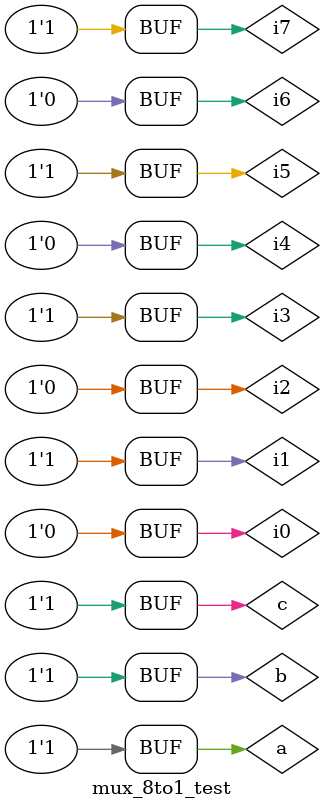
<source format=v>
`timescale 1ns / 1ps


module mux_8to1_test();
    reg     a, b, c, i0, i1, i2, i3, i4, i5, i6, i7;
    wire    o;

    mux_8to1 uut(.s0(a), .s1(b), .s2(c), .i0(i0), .i1(i1), .i2(i2), .i3(i3), .i4(i4), .i5(i5), .i6(i6), .i7(i7), .o(o));

    initial begin
        i0=0;   i1=1;   i2=0;   i3=1;   i4=0;   i5=1;   i6=0;   i7=1;   a=0;    b=0;    c=0;    #125;
        i0=0;   i1=1;   i2=0;   i3=1;   i4=0;   i5=1;   i6=0;   i7=1;   a=0;    b=0;    c=1;    #125;
        i0=0;   i1=1;   i2=0;   i3=1;   i4=0;   i5=1;   i6=0;   i7=1;   a=0;    b=1;    c=0;    #125;
        i0=0;   i1=1;   i2=0;   i3=1;   i4=0;   i5=1;   i6=0;   i7=1;   a=0;    b=1;    c=1;    #125;
        i0=0;   i1=1;   i2=0;   i3=1;   i4=0;   i5=1;   i6=0;   i7=1;   a=1;    b=0;    c=0;    #125;
        i0=0;   i1=1;   i2=0;   i3=1;   i4=0;   i5=1;   i6=0;   i7=1;   a=1;    b=0;    c=1;    #125;
        i0=0;   i1=1;   i2=0;   i3=1;   i4=0;   i5=1;   i6=0;   i7=1;   a=1;    b=1;    c=0;    #125;
        i0=0;   i1=1;   i2=0;   i3=1;   i4=0;   i5=1;   i6=0;   i7=1;   a=1;    b=1;    c=1;    #125;
    end
endmodule

</source>
